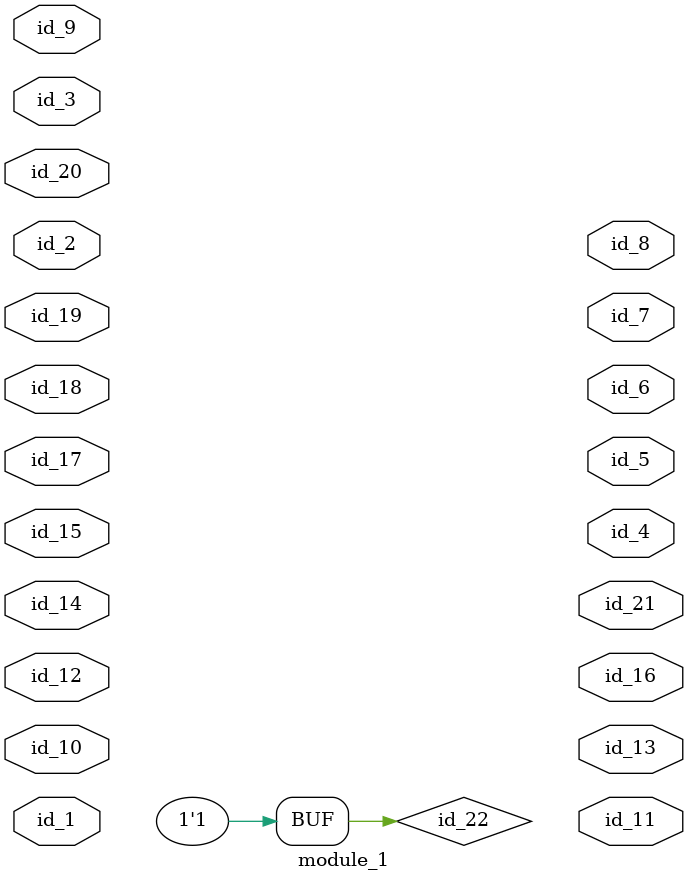
<source format=v>
module module_0;
  wire id_1;
  assign module_1.type_27 = 0;
endmodule
module module_1 (
    id_1,
    id_2,
    id_3,
    id_4,
    id_5,
    id_6,
    id_7,
    id_8,
    id_9,
    id_10,
    id_11,
    id_12,
    id_13,
    id_14,
    id_15,
    id_16,
    id_17,
    id_18,
    id_19,
    id_20,
    id_21
);
  output wire id_21;
  inout wire id_20;
  inout wire id_19;
  input wire id_18;
  inout wire id_17;
  output wire id_16;
  inout wire id_15;
  inout wire id_14;
  output wire id_13;
  input wire id_12;
  output wire id_11;
  inout wire id_10;
  inout wire id_9;
  output wire id_8;
  output wire id_7;
  output wire id_6;
  output wire id_5;
  output wire id_4;
  inout wire id_3;
  input wire id_2;
  inout wire id_1;
  supply1 id_22;
  wire id_23;
  localparam id_24 = id_22 < id_23;
  module_0 modCall_1 ();
  wire id_25;
endmodule

</source>
